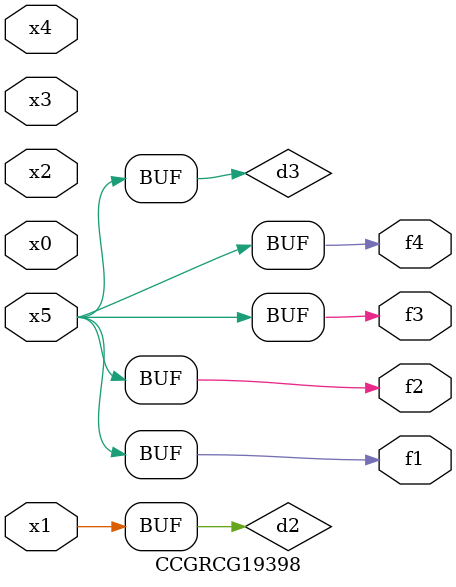
<source format=v>
module CCGRCG19398(
	input x0, x1, x2, x3, x4, x5,
	output f1, f2, f3, f4
);

	wire d1, d2, d3;

	not (d1, x5);
	or (d2, x1);
	xnor (d3, d1);
	assign f1 = d3;
	assign f2 = d3;
	assign f3 = d3;
	assign f4 = d3;
endmodule

</source>
